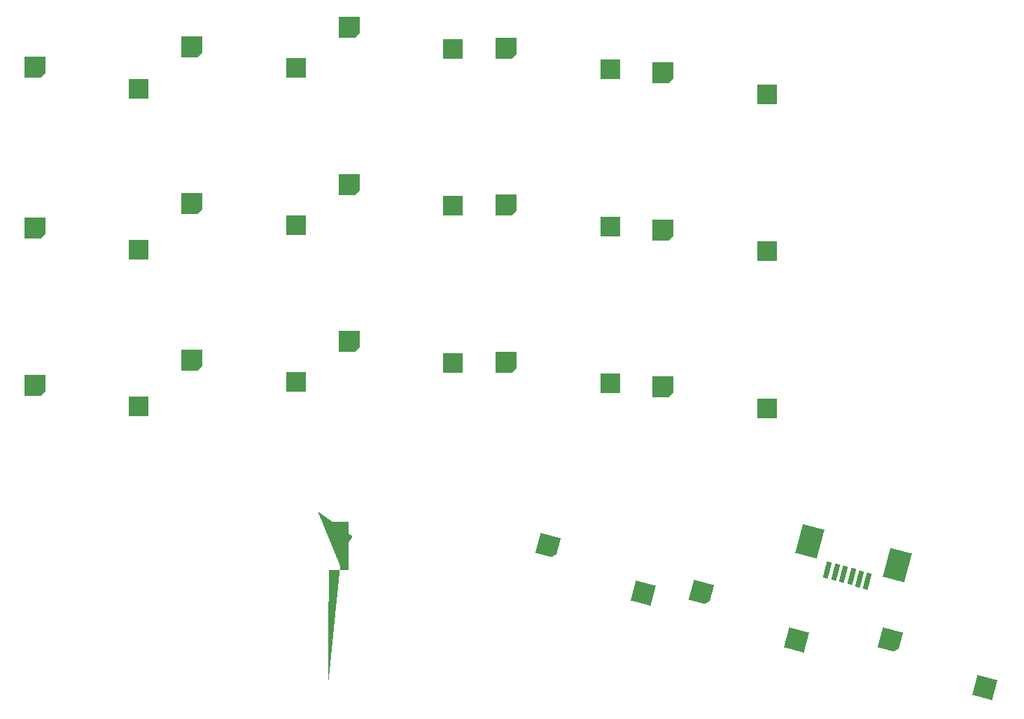
<source format=gtp>
G04 #@! TF.GenerationSoftware,KiCad,Pcbnew,7.0.5*
G04 #@! TF.CreationDate,2024-01-08T16:38:30+08:00*
G04 #@! TF.ProjectId,awkb_v2_mx,61776b62-5f76-4325-9f6d-782e6b696361,rev?*
G04 #@! TF.SameCoordinates,Original*
G04 #@! TF.FileFunction,Paste,Top*
G04 #@! TF.FilePolarity,Positive*
%FSLAX46Y46*%
G04 Gerber Fmt 4.6, Leading zero omitted, Abs format (unit mm)*
G04 Created by KiCad (PCBNEW 7.0.5) date 2024-01-08 16:38:30*
%MOMM*%
%LPD*%
G01*
G04 APERTURE LIST*
G04 Aperture macros list*
%AMRotRect*
0 Rectangle, with rotation*
0 The origin of the aperture is its center*
0 $1 length*
0 $2 width*
0 $3 Rotation angle, in degrees counterclockwise*
0 Add horizontal line*
21,1,$1,$2,0,0,$3*%
%AMFreePoly0*
4,1,19,1.226568,1.240810,1.242719,1.230019,1.253510,1.213868,1.257300,1.194816,1.257300,-0.746760,0.759460,-1.244600,0.000000,-1.244600,-1.207516,-1.244600,-1.226568,-1.240810,-1.242719,-1.230019,-1.253510,-1.213868,-1.257300,-1.194816,-1.257300,1.194816,-1.253511,1.213868,-1.242719,1.230019,-1.226568,1.240811,-1.207516,1.244600,1.207516,1.244600,1.226568,1.240810,1.226568,1.240810,
$1*%
%AMFreePoly1*
4,1,592,-2.671295,6.507199,-2.656065,6.506585,-2.592349,6.495248,-2.524517,6.458432,-2.515304,6.451896,-2.276055,6.278741,-2.011862,6.087973,-1.721647,5.878815,-1.457791,5.688935,-0.973110,5.340346,1.016000,5.340346,1.016000,3.907063,1.183074,3.787614,1.278999,3.718392,1.350198,3.664886,1.400288,3.623494,1.432886,3.590610,1.451610,3.562631,1.460076,3.535954,1.461915,3.509794,
1.447983,3.444776,1.404875,3.370192,1.312087,3.241452,1.237343,3.137631,1.178429,3.055624,1.133210,2.992439,1.099552,2.945085,1.075321,2.910571,1.058383,2.885906,1.046605,2.868095,1.045887,2.866979,1.040915,2.857575,1.036525,2.844426,1.032681,2.825477,1.029347,2.798672,1.026484,2.761954,1.024061,2.713269,1.022039,2.650560,1.020383,2.571772,1.019058,2.474849,
1.018026,2.357736,1.017252,2.218376,1.016701,2.054714,1.016336,1.864694,1.016122,1.646260,1.016022,1.397357,1.016000,1.156209,1.016000,-0.508000,-1.382441,-0.508000,-1.433893,-0.559452,-1.490718,-0.600221,-1.549827,-0.608697,-1.614930,-0.584887,-1.652146,-0.559929,-1.719516,-0.508954,-4.832344,-0.508000,-4.832395,-0.352021,-4.777595,-0.352021,-4.776902,-0.419062,-4.765228,-0.454809,
-4.760445,-0.459086,-4.740103,-0.461403,-4.688710,-0.463491,-4.609308,-0.465348,-4.504942,-0.466978,-4.378656,-0.468381,-4.233493,-0.469560,-4.072499,-0.470514,-3.898715,-0.471246,-3.715188,-0.471756,-3.524960,-0.472047,-3.331075,-0.472120,-3.136579,-0.471975,-2.944514,-0.471615,-2.757924,-0.471041,-2.579855,-0.470254,-2.413348,-0.469255,-2.261450,-0.468046,-2.127203,-0.466628,-2.013652,-0.465002,
-1.923840,-0.463171,-1.860812,-0.461135,-1.827611,-0.458895,-1.823177,-0.457774,-1.834305,-0.444623,-1.869932,-0.414422,-1.926527,-0.369892,-2.000558,-0.313755,-2.088495,-0.248731,-2.186806,-0.177542,-2.306506,-0.091629,-2.434613,0.000483,-2.563468,0.093276,-2.684865,0.180838,-2.790600,0.257258,-2.834304,0.288916,-2.924320,0.354129,-3.009824,0.415965,-3.085020,0.470241,-3.144116,0.512776,
-3.181603,0.539590,-3.254493,0.591285,-3.254493,-0.250384,-4.772318,-0.259317,-4.777595,-0.352021,-4.832395,-0.352021,-4.833070,1.730150,-4.999925,1.849032,-5.167662,1.968884,-5.307999,2.069917,-5.421790,2.152759,-5.509889,2.218042,-5.573148,2.266396,-5.612424,2.298450,-5.625559,2.310917,-5.652102,2.364240,-5.647418,2.428715,-5.640961,2.441922,-5.243959,2.441922,-5.230786,2.427163,
-5.194559,2.396518,-5.140215,2.353924,-5.072694,2.303319,-5.042440,2.281236,-4.840921,2.135255,-4.836128,2.347592,-4.834589,2.454647,-4.834159,2.578804,-4.834283,2.601633,-4.780894,2.601633,-4.780837,2.458211,-4.780475,2.345149,-4.779524,2.258505,-4.777695,2.194340,-4.774705,2.148711,-4.770265,2.117677,-4.764091,2.097299,-4.755896,2.083633,-4.745395,2.072740,-4.742305,2.069924,
-4.716774,2.049403,-4.668226,2.012686,-4.601615,1.963430,-4.521894,1.905295,-4.434016,1.841937,-4.420732,1.832420,-3.906214,1.464122,-3.809865,1.395002,-3.705609,1.319960,-3.604292,1.246819,-3.516765,1.183402,-3.494601,1.167284,-3.426311,1.118228,-3.367853,1.077478,-3.324838,1.048850,-3.302870,1.036164,-3.301657,1.035868,-3.299830,1.052584,-3.298081,1.101263,-3.296427,1.179569,
-3.294888,1.285168,-3.293478,1.415720,-3.292220,1.568889,-3.291130,1.742338,-3.290227,1.933730,-3.289528,2.140729,-3.289052,2.360999,-3.288816,2.592201,-3.288794,2.690582,-3.288794,4.345613,-3.882841,4.345613,-3.960078,4.238421,-3.996036,4.188562,-4.046974,4.117995,-4.107773,4.033808,-4.173313,3.943089,-4.223264,3.873971,-4.301130,3.766113,-4.389923,3.642902,-4.480610,3.516888,
-4.564160,3.400615,-4.595054,3.357557,-4.780893,3.098400,-4.780894,2.601633,-4.834283,2.601633,-4.834837,2.702882,-4.836128,2.788186,-4.840921,3.016443,-5.042440,2.736535,-5.103753,2.650672,-5.157552,2.573993,-5.200809,2.510924,-5.230500,2.465888,-5.243596,2.443310,-5.243959,2.441922,-5.640961,2.441922,-5.611710,2.501761,-5.610323,2.503820,-5.583922,2.541842,-5.539735,2.604405,
-5.480085,2.688264,-5.407295,2.790173,-5.323689,2.906885,-5.231590,3.035154,-5.133322,3.171734,-5.031208,3.313379,-4.995651,3.362635,-4.832345,3.588772,-4.832345,5.288894,-4.780894,5.288894,-4.780894,4.835833,-4.780506,4.691331,-4.779250,4.578089,-4.776983,4.493072,-4.773566,4.433246,-4.768857,4.395578,-4.762716,4.377033,-4.759455,4.374122,-4.732160,4.369893,-4.679677,4.366912,
-4.609954,4.365152,-4.530946,4.364583,-4.450599,4.365175,-4.376863,4.366901,-4.317690,4.369731,-4.281028,4.373636,-4.280053,4.373938,-3.843070,4.373938,-3.823017,4.370239,-3.774553,4.367057,-3.703566,4.364611,-3.615944,4.363121,-3.543194,4.362763,-3.254493,4.362763,-3.253451,0.992675,-2.872372,0.719317,-2.655470,0.563699,-2.464970,0.426957,-2.299376,0.308014,-2.157192,0.205787,
-2.036921,0.119201,-1.937068,0.047174,-1.856135,-0.011371,-1.792626,-0.057514,-1.745046,-0.092334,-1.711898,-0.116911,-1.693790,-0.130679,-1.633763,-0.177355,-1.616770,1.944532,-1.590887,1.944532,-1.590887,0.872621,-1.590687,0.684374,-1.590110,0.506658,-1.589192,0.342375,-1.587966,0.194430,-1.586468,0.065727,-1.584733,-0.040831,-1.582795,-0.122337,-1.580690,-0.175892,-1.578452,-0.198588,
-1.578024,-0.199173,-1.561568,-0.186103,-1.535007,-0.153255,-1.522285,-0.135054,-1.501701,-0.105380,-1.463948,-0.051982,-1.411951,0.021063,-1.348637,0.109680,-1.276934,0.209793,-1.199765,0.317328,-1.120058,0.428208,-1.040738,0.538360,-0.964732,0.643705,-0.894966,0.740171,-0.834366,0.823680,-0.803260,0.866369,-0.751704,0.937257,-0.689465,1.023259,-0.625794,1.111575,-0.587578,1.164781,
-0.306442,1.556922,-0.247465,1.638868,-0.191537,1.716007,-0.143461,1.781755,-0.108037,1.829530,-0.096347,1.844911,-0.067061,1.886362,-0.049541,1.918153,-0.047334,1.926376,-0.061611,1.931230,-0.104999,1.935297,-0.178344,1.938598,-0.282490,1.941151,-0.418282,1.942977,-0.586561,1.944095,-0.788175,1.944526,-0.819111,1.944532,-1.590887,1.944532,-1.616770,1.944532,-1.616613,1.964118,
-0.008523,1.970258,0.001444,1.984065,0.415730,1.984065,0.431929,1.979470,0.476730,1.975693,0.544438,1.972990,0.629357,1.971617,0.694427,1.971574,0.973124,1.973048,0.977737,2.363367,0.978592,2.494309,0.977836,2.600566,0.975539,2.679806,0.971774,2.729691,0.966611,2.747889,0.965971,2.747859,0.950469,2.732426,0.919475,2.694226,0.877142,2.638612,0.827625,2.570935,
0.815051,2.553378,0.748357,2.460060,0.672674,2.354480,0.598384,2.251111,0.548121,2.181376,0.498940,2.112262,0.458036,2.052865,0.429173,2.008795,0.416114,1.985662,0.415730,1.984065,0.001444,1.984065,0.300978,2.399022,0.389598,2.521772,0.482196,2.649996,0.573972,2.777044,0.660113,2.896266,0.735822,3.001012,0.796589,3.085046,0.982700,3.342304,0.977528,3.444195,
1.016000,3.444195,1.021445,3.415016,1.033151,3.410907,1.047558,3.435097,1.050301,3.454795,1.042924,3.482110,1.033151,3.488084,1.020368,3.473376,1.016000,3.444195,0.977528,3.444195,0.973124,3.530960,0.855836,3.618915,0.781560,3.673768,0.696566,3.735278,0.618436,3.790728,0.613730,3.794017,0.488914,3.881164,-0.449107,3.202966,-0.608282,3.088223,-0.759574,2.979824,
-0.900658,2.879393,-1.029211,2.788552,-1.142906,2.708927,-1.239420,2.642140,-1.316427,2.589814,-1.371603,2.553575,-1.402622,2.535044,-1.408486,2.532964,-1.424394,2.548745,-1.456981,2.588339,-1.503056,2.647604,-1.559424,2.722398,-1.622889,2.808581,-1.651056,2.847404,-1.735085,2.963747,-1.830354,3.095678,-1.928670,3.231847,-2.021837,3.360904,-2.088877,3.453783,-2.156958,3.548052,
-2.240118,3.663091,-2.333291,3.791904,-2.431418,3.927493,-2.529433,4.062862,-2.628668,4.199833,-2.717550,4.322535,-2.808922,4.448793,-2.898421,4.572571,-2.981681,4.687829,-3.054342,4.788531,-3.112041,4.868639,-3.120837,4.880874,-3.177562,4.959194,-3.227855,5.027492,-3.268128,5.080984,-3.294788,5.114883,-3.303674,5.124560,-3.319501,5.115893,-3.348061,5.085020,-3.383358,5.038479,
-3.385640,5.035214,-3.421886,4.983771,-3.472095,4.913392,-3.529991,4.832837,-3.589297,4.750867,-3.654673,4.660884,-3.710321,4.584210,-3.758331,4.517977,-3.792959,4.470110,-3.797381,4.463979,-3.826403,4.419445,-3.842410,4.386164,-3.843070,4.373938,-4.280053,4.373938,-4.273753,4.375888,-4.252321,4.398273,-4.213562,4.447226,-4.159031,4.520681,-4.090286,4.616571,-4.057645,4.662898,
-4.027379,4.705646,-3.981791,4.769524,-3.925658,4.847864,-3.863754,4.934000,-3.818121,4.997334,-3.759435,5.078878,-3.707305,5.151650,-3.694493,5.169642,-3.266097,5.169642,-3.254676,5.145189,-3.237873,5.120473,-3.200945,5.068155,-3.143975,4.988347,-3.067045,4.881168,-2.970238,4.746729,-2.853637,4.585145,-2.717324,4.396532,-2.561381,4.181003,-2.385892,3.938673,-2.353121,3.893443,
-2.219810,3.709409,-2.104515,3.550155,-2.005095,3.412707,-1.919408,3.294091,-1.845313,3.191334,-1.780668,3.101463,-1.723331,3.021504,-1.671161,2.948484,-1.622015,2.879430,-1.577030,2.815998,-1.521177,2.738160,-1.471653,2.671101,-1.432003,2.619464,-1.405770,2.587891,-1.397070,2.580177,-1.381053,2.589768,-1.339779,2.617761,-1.275734,2.662391,-1.191403,2.721889,-1.089276,2.794490,
-0.971837,2.878427,-0.841573,2.971932,-0.700969,3.073239,-0.573842,3.165136,-0.423105,3.274245,-0.278097,3.379172,-0.141664,3.477861,-0.016651,3.568254,0.094097,3.648296,0.187733,3.715930,0.261412,3.769098,0.312290,3.805745,0.333765,3.821146,0.382461,3.858139,0.417614,3.889159,0.431964,3.907767,0.432006,3.908273,0.418749,3.923223,0.381796,3.954512,0.325494,3.998728,
0.254188,4.052457,0.218996,4.078148,0.772812,4.078148,0.864393,4.015727,0.913483,3.983375,0.951397,3.960429,0.968836,3.952227,0.974786,3.967502,0.979277,4.009068,0.981559,4.068920,0.981699,4.089324,0.981699,4.227498,0.934535,4.199608,0.889733,4.169959,0.839385,4.132400,0.830092,4.124934,0.772812,4.078148,0.218996,4.078148,0.172227,4.112289,0.069879,4.185909,
-0.048671,4.271235,-0.174341,4.361729,-0.296785,4.449940,-0.390347,4.517378,-0.491909,4.590574,-0.612955,4.677762,-0.745111,4.772916,-0.880010,4.870008,-1.009280,4.963014,-1.076370,5.011265,-1.462258,5.288752,-3.200705,5.288894,-3.238918,5.235230,-3.262738,5.196686,-3.266097,5.169642,-3.694493,5.169642,-3.665233,5.210734,-3.636725,5.251214,-3.625689,5.267456,-3.628573,5.273416,
-3.647066,5.278230,-3.683934,5.282003,-3.741940,5.284839,-3.823850,5.286841,-3.932427,5.288113,-4.070438,5.288759,-4.196762,5.288894,-4.780894,5.288894,-4.832345,5.288894,-4.832345,5.340346,-3.570590,5.340346,-3.563244,5.350539,-3.151589,5.350539,-3.135000,5.348472,-3.087477,5.346545,-3.012387,5.344803,-2.913098,5.343286,-2.792976,5.342040,-2.655390,5.341106,-2.503706,5.340527,
-2.354088,5.340346,-2.192378,5.340504,-2.041659,5.340957,-1.905296,5.341670,-1.786657,5.342614,-1.689110,5.343757,-1.616021,5.345065,-1.570758,5.346508,-1.556586,5.347931,-1.569833,5.359805,-1.606791,5.388524,-1.663284,5.430957,-1.735137,5.483975,-1.818174,5.544450,-1.835283,5.556822,-1.943058,5.634674,-2.062409,5.720891,-2.292947,5.887442,-2.356237,5.933171,-2.435853,5.989478,
-2.506300,6.037001,-2.562797,6.072696,-2.600561,6.093523,-2.614302,6.097305,-2.628334,6.080897,-2.658659,6.041298,-2.702062,5.982980,-2.755323,5.910414,-2.815227,5.828073,-2.878554,5.740429,-2.942087,5.651953,-3.002609,5.567119,-3.056902,5.490398,-3.101747,5.426263,-3.133929,5.379186,-3.150228,5.353639,-3.151589,5.350539,-3.563244,5.350539,-3.289393,5.730521,-3.169311,5.897225,
-3.067674,6.038313,-2.982748,6.155912,-2.912800,6.252144,-2.856098,6.329135,-2.810907,6.389005,-2.775495,6.433881,-2.748127,6.465888,-2.727071,6.487147,-2.710593,6.499784,-2.696960,6.505922,-2.684438,6.507686,-2.671295,6.507199,-2.671295,6.507199,$1*%
G04 Aperture macros list end*
%ADD10FreePoly0,345.000000*%
%ADD11RotRect,2.489194X2.489194X345.000000*%
%ADD12FreePoly0,0.000000*%
%ADD13R,2.489194X2.489194*%
%ADD14RotRect,0.610000X2.000000X165.000000*%
%ADD15RotRect,2.680000X3.600000X165.000000*%
%ADD16FreePoly1,35.000000*%
G04 APERTURE END LIST*
D10*
X174333965Y-131161867D03*
D11*
X185820845Y-136921964D03*
D12*
X150691052Y-65279434D03*
D13*
X163277348Y-67870237D03*
D12*
X150691052Y-84279394D03*
D13*
X163277348Y-86870197D03*
D10*
X155780340Y-125465006D03*
D11*
X167267220Y-131225103D03*
D12*
X150691052Y-103279794D03*
D13*
X163277348Y-105870597D03*
D12*
X93691252Y-67579594D03*
D13*
X106277548Y-70170397D03*
D12*
X169690750Y-87279794D03*
D13*
X182277046Y-89870597D03*
D12*
X169690750Y-68279994D03*
D13*
X182277046Y-70870797D03*
D14*
X194417152Y-129770794D03*
X193451226Y-129511975D03*
X192485301Y-129253156D03*
X191519375Y-128994337D03*
X190553449Y-128735518D03*
X189587523Y-128476699D03*
D15*
X198029964Y-127840071D03*
X187424098Y-124998238D03*
D12*
X93691252Y-106079394D03*
D13*
X106277548Y-108670197D03*
D12*
X112691452Y-103079194D03*
D13*
X125277748Y-105669997D03*
D10*
X197152739Y-136891994D03*
D11*
X208639619Y-142652091D03*
D16*
X130631530Y-127949309D03*
D12*
X112691452Y-65079994D03*
D13*
X125277748Y-67670797D03*
D12*
X93691252Y-87078994D03*
D13*
X106277548Y-89669797D03*
D12*
X131690852Y-62779234D03*
D13*
X144277148Y-65370037D03*
D12*
X169690750Y-106279794D03*
D13*
X182277046Y-108870597D03*
D12*
X131690852Y-100779394D03*
D13*
X144277148Y-103370197D03*
D12*
X131690852Y-81779194D03*
D13*
X144277148Y-84369997D03*
D12*
X112691452Y-84079594D03*
D13*
X125277748Y-86670397D03*
M02*

</source>
